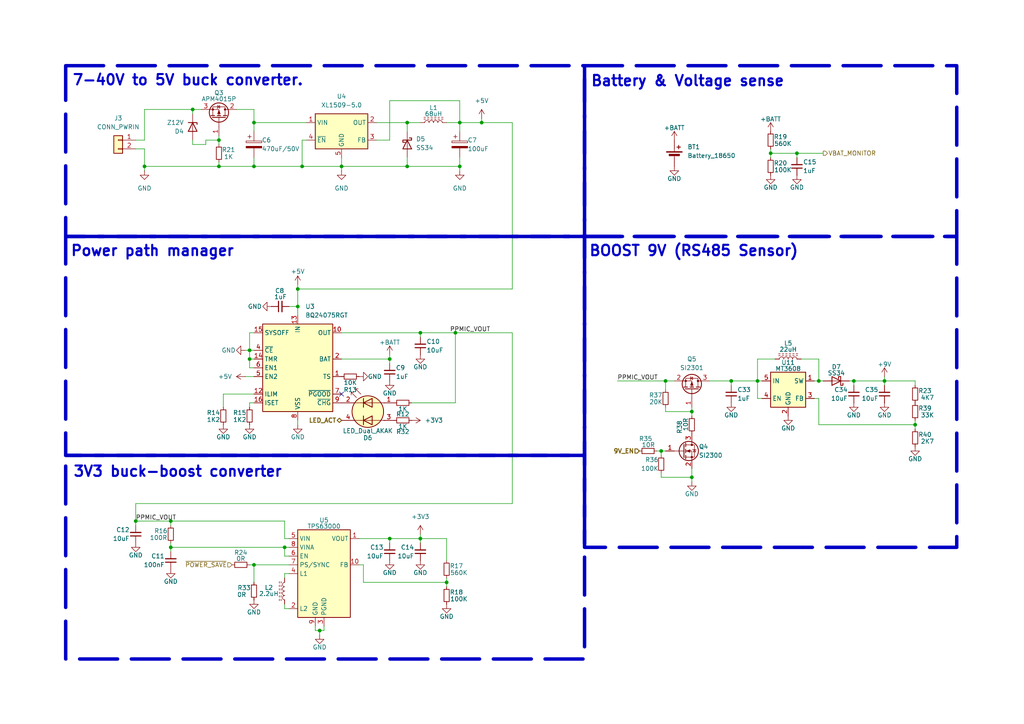
<source format=kicad_sch>
(kicad_sch (version 20231120) (generator "eeschema") (generator_version "8.0")
  (paper "A4")
  (lib_symbols
    (symbol "Battery_Management:BQ24075RGT"
      (property "Reference" "U" (at -8.89 13.97 0))
      (property "Value" "BQ24075RGT" (at 16.51 13.97 0))
      (symbol "BQ24075RGT_0_1"
        (rectangle (start -10.16 12.7) (end 10.16 -12.7) (stroke (width 0.254)) (fill (type background)))
      )
      (symbol "BQ24075RGT_1_1"
        (pin passive line (at 12.7 -2.54 180) (length 2.54) (name "TS") (number "1"))
        (pin power_out line (at 12.7 10.16 180) (length 2.54) (name "OUT") (number "10"))
        (pin passive line (at 12.7 10.16 180) (length 2.54) hide (name "OUT") (number "11"))
        (pin passive line (at -12.7 -7.62 0) (length 2.54) (name "ILIM") (number "12"))
        (pin power_in line (at 0 15.24 270) (length 2.54) (name "IN") (number "13"))
        (pin input line (at -12.7 2.54 0) (length 2.54) (name "TMR") (number "14"))
        (pin input line (at -12.7 10.16 0) (length 2.54) (name "SYSOFF") (number "15"))
        (pin passive line (at -12.7 -10.16 0) (length 2.54) (name "ISET") (number "16"))
        (pin passive line (at 0 -15.24 90) (length 2.54) hide (name "VSS") (number "17"))
        (pin power_out line (at 12.7 2.54 180) (length 2.54) (name "BAT") (number "2"))
        (pin passive line (at 12.7 2.54 180) (length 2.54) hide (name "BAT") (number "3"))
        (pin input line (at -12.7 5.08 0) (length 2.54) (name "~{CE}") (number "4"))
        (pin input line (at -12.7 -2.54 0) (length 2.54) (name "EN2") (number "5"))
        (pin input line (at -12.7 0 0) (length 2.54) (name "EN1") (number "6"))
        (pin open_collector line (at 12.7 -7.62 180) (length 2.54) (name "~{PGOOD}") (number "7"))
        (pin power_in line (at 0 -15.24 90) (length 2.54) (name "VSS") (number "8"))
        (pin open_collector line (at 12.7 -10.16 180) (length 2.54) (name "~{CHG}") (number "9"))
      )
    )
    (symbol "Connector_Generic:Conn_01x02" (pin_names (offset 1.016) hide)
      (property "Reference" "J" (at 0 2.54 0))
      (property "Value" "Conn_01x02" (at 0 -5.08 0))
      (symbol "Conn_01x02_1_1"
        (rectangle (start -1.27 -2.413) (end 0 -2.667) (stroke (width 0.1524)))
        (rectangle (start -1.27 0.127) (end 0 -0.127) (stroke (width 0.1524)))
        (rectangle (start -1.27 1.27) (end 1.27 -3.81) (stroke (width 0.254)) (fill (type background)))
        (pin passive line (at -5.08 0 0) (length 3.81) (name "Pin_1") (number "1"))
        (pin passive line (at -5.08 -2.54 0) (length 3.81) (name "Pin_2") (number "2"))
      )
    )
    (symbol "Device:Battery_Cell" (pin_numbers hide) (pin_names (offset 0) hide)
      (property "Reference" "BT" (at 2.54 2.54 0))
      (property "Value" "Battery_Cell" (at 2.54 0 0))
      (symbol "Battery_Cell_0_1"
        (rectangle (start -2.286 1.778) (end 2.286 1.524) (fill (type outline)))
        (rectangle (start -1.524 1.016) (end 1.524 0.508) (fill (type outline)))
        (polyline (pts (xy 0 0.762) (xy 0 0)))
        (polyline (pts (xy 0 1.778) (xy 0 2.54)))
        (polyline (pts (xy 0.762 3.048) (xy 1.778 3.048)) (stroke (width 0.254)))
        (polyline (pts (xy 1.27 3.556) (xy 1.27 2.54)) (stroke (width 0.254)))
      )
      (symbol "Battery_Cell_1_1"
        (pin passive line (at 0 5.08 270) (length 2.54) (name "+") (number "1"))
        (pin passive line (at 0 -2.54 90) (length 2.54) (name "-") (number "2"))
      )
    )
    (symbol "Device:C_Polarized" (pin_numbers hide) (pin_names (offset 0.254))
      (property "Reference" "C" (at 0.635 2.54 0))
      (property "Value" "C_Polarized" (at 0.635 -2.54 0))
      (symbol "C_Polarized_0_1"
        (rectangle (start -2.286 0.508) (end 2.286 1.016))
        (polyline (pts (xy -1.778 2.286) (xy -0.762 2.286)))
        (polyline (pts (xy -1.27 2.794) (xy -1.27 1.778)))
        (rectangle (start 2.286 -0.508) (end -2.286 -1.016) (fill (type outline)))
      )
      (symbol "C_Polarized_1_1"
        (pin passive line (at 0 3.81 270) (length 2.794) (name "~") (number "1"))
        (pin passive line (at 0 -3.81 90) (length 2.794) (name "~") (number "2"))
      )
    )
    (symbol "Device:C_Small" (pin_numbers hide) (pin_names (offset 0.254) hide)
      (property "Reference" "C" (at 0.254 1.778 0))
      (property "Value" "C_Small" (at 0.254 -2.032 0))
      (symbol "C_Small_0_1"
        (polyline (pts (xy -1.524 -0.508) (xy 1.524 -0.508)) (stroke (width 0.3302)))
        (polyline (pts (xy -1.524 0.508) (xy 1.524 0.508)) (stroke (width 0.3048)))
      )
      (symbol "C_Small_1_1"
        (pin passive line (at 0 2.54 270) (length 2.032) (name "~") (number "1"))
        (pin passive line (at 0 -2.54 90) (length 2.032) (name "~") (number "2"))
      )
    )
    (symbol "Device:LED_Dual_AKAK" (pin_names (offset 0) hide)
      (property "Reference" "D" (at 0 5.715 0))
      (property "Value" "LED_Dual_AKAK" (at 0 -6.35 0))
      (symbol "LED_Dual_AKAK_0_1"
        (polyline (pts (xy -5.08 -2.54) (xy 2.032 -2.54)))
        (polyline (pts (xy -5.08 2.54) (xy 2.032 2.54)))
        (polyline (pts (xy 1.27 -1.27) (xy 1.27 -3.81)) (stroke (width 0.254)))
        (polyline (pts (xy 1.27 3.81) (xy 1.27 1.27)) (stroke (width 0.254)))
        (polyline (pts (xy 3.81 -2.54) (xy 1.905 -2.54)))
        (polyline (pts (xy 3.81 2.54) (xy 1.905 2.54)))
        (polyline (pts (xy -1.27 -1.27) (xy -1.27 -3.81) (xy 1.27 -2.54) (xy -1.27 -1.27)) (stroke (width 0.254)))
        (polyline (pts (xy -1.27 3.81) (xy -1.27 1.27) (xy 1.27 2.54) (xy -1.27 3.81)) (stroke (width 0.254)))
        (polyline (pts (xy 2.032 5.08) (xy 3.556 6.604) (xy 2.794 6.604) (xy 3.556 6.604) (xy 3.556 5.842)))
        (polyline (pts (xy 3.302 4.064) (xy 4.826 5.588) (xy 4.064 5.588) (xy 4.826 5.588) (xy 4.826 4.826)))
        (circle (center 0 0) (radius 4.572) (stroke (width 0.254)) (fill (type background)))
      )
      (symbol "LED_Dual_AKAK_1_1"
        (pin input line (at -7.62 2.54 0) (length 3.048) (name "A1") (number "1"))
        (pin input line (at 7.62 2.54 180) (length 3.81) (name "K1") (number "2"))
        (pin input line (at -7.62 -2.54 0) (length 3.048) (name "A2") (number "3"))
        (pin input line (at 7.62 -2.54 180) (length 3.81) (name "K2") (number "4"))
      )
    )
    (symbol "Device:L_Ferrite" (pin_numbers hide) (pin_names (offset 1.016) hide)
      (property "Reference" "L" (at -1.27 0 90))
      (property "Value" "L_Ferrite" (at 2.794 0 90))
      (symbol "L_Ferrite_0_1"
        (arc (start 0 -2.54) (mid 0.6323 -1.905) (end 0 -1.27))
        (arc (start 0 -1.27) (mid 0.6323 -0.635) (end 0 0))
        (polyline (pts (xy 1.016 -2.794) (xy 1.016 -2.286)))
        (polyline (pts (xy 1.016 -1.778) (xy 1.016 -1.27)))
        (polyline (pts (xy 1.016 -0.762) (xy 1.016 -0.254)))
        (polyline (pts (xy 1.016 0.254) (xy 1.016 0.762)))
        (polyline (pts (xy 1.016 1.27) (xy 1.016 1.778)))
        (polyline (pts (xy 1.016 2.286) (xy 1.016 2.794)))
        (polyline (pts (xy 1.524 -2.286) (xy 1.524 -2.794)))
        (polyline (pts (xy 1.524 -1.27) (xy 1.524 -1.778)))
        (polyline (pts (xy 1.524 -0.254) (xy 1.524 -0.762)))
        (polyline (pts (xy 1.524 0.762) (xy 1.524 0.254)))
        (polyline (pts (xy 1.524 1.778) (xy 1.524 1.27)))
        (polyline (pts (xy 1.524 2.794) (xy 1.524 2.286)))
        (arc (start 0 0) (mid 0.6323 0.635) (end 0 1.27))
        (arc (start 0 1.27) (mid 0.6323 1.905) (end 0 2.54))
      )
      (symbol "L_Ferrite_1_1"
        (pin passive line (at 0 3.81 270) (length 1.27) (name "1") (number "1"))
        (pin passive line (at 0 -3.81 90) (length 1.27) (name "2") (number "2"))
      )
    )
    (symbol "Device:R_Small" (pin_numbers hide) (pin_names (offset 0.254) hide)
      (property "Reference" "R" (at 0.762 0.508 0))
      (property "Value" "R_Small" (at 0.762 -1.016 0))
      (symbol "R_Small_0_1"
        (rectangle (start -0.762 1.778) (end 0.762 -1.778) (stroke (width 0.2032)))
      )
      (symbol "R_Small_1_1"
        (pin passive line (at 0 2.54 270) (length 0.762) (name "~") (number "1"))
        (pin passive line (at 0 -2.54 90) (length 0.762) (name "~") (number "2"))
      )
    )
    (symbol "Diode:BZV55B12" (pin_numbers hide) (pin_names hide)
      (property "Reference" "D" (at 0 2.54 0))
      (property "Value" "BZV55B12" (at 0 -2.54 0))
      (symbol "BZV55B12_0_1"
        (polyline (pts (xy 1.27 0) (xy -1.27 0)))
        (polyline (pts (xy -1.27 -1.27) (xy -1.27 1.27) (xy -0.762 1.27)) (stroke (width 0.254)))
        (polyline (pts (xy 1.27 -1.27) (xy 1.27 1.27) (xy -1.27 0) (xy 1.27 -1.27)) (stroke (width 0.254)))
      )
      (symbol "BZV55B12_1_1"
        (pin passive line (at -3.81 0 0) (length 2.54) (name "K") (number "1"))
        (pin passive line (at 3.81 0 180) (length 2.54) (name "A") (number "2"))
      )
    )
    (symbol "Diode:SS34" (pin_numbers hide) (pin_names (offset 1.016) hide)
      (property "Reference" "D" (at 0 2.54 0))
      (property "Value" "SS34" (at 0 -2.54 0))
      (symbol "SS34_0_1"
        (polyline (pts (xy 1.27 0) (xy -1.27 0)))
        (polyline (pts (xy 1.27 1.27) (xy 1.27 -1.27) (xy -1.27 0) (xy 1.27 1.27)) (stroke (width 0.254)))
        (polyline (pts (xy -1.905 0.635) (xy -1.905 1.27) (xy -1.27 1.27) (xy -1.27 -1.27) (xy -0.635 -1.27) (xy -0.635 -0.635)) (stroke (width 0.254)))
      )
      (symbol "SS34_1_1"
        (pin passive line (at -3.81 0 0) (length 2.54) (name "K") (number "1"))
        (pin passive line (at 3.81 0 180) (length 2.54) (name "A") (number "2"))
      )
    )
    (symbol "Regulator_Switching:MT3608"
      (property "Reference" "U" (at -2.54 8.89 0))
      (property "Value" "MT3608" (at -3.81 6.35 0))
      (symbol "MT3608_0_1"
        (rectangle (start -5.08 5.08) (end 5.08 -5.08) (stroke (width 0.254)) (fill (type background)))
      )
      (symbol "MT3608_1_1"
        (pin passive line (at 7.62 2.54 180) (length 2.54) (name "SW") (number "1"))
        (pin power_in line (at 0 -7.62 90) (length 2.54) (name "GND") (number "2"))
        (pin input line (at 7.62 -2.54 180) (length 2.54) (name "FB") (number "3"))
        (pin input line (at -7.62 -2.54 0) (length 2.54) (name "EN") (number "4"))
        (pin power_in line (at -7.62 2.54 0) (length 2.54) (name "IN") (number "5"))
        (pin no_connect line (at 5.08 0 180) (length 2.54) hide (name "NC") (number "6"))
      )
    )
    (symbol "Regulator_Switching:TPS63000"
      (property "Reference" "U" (at -7.62 13.97 0))
      (property "Value" "TPS63000" (at 5.08 13.97 0))
      (symbol "TPS63000_0_1"
        (rectangle (start -7.62 12.7) (end 7.62 -12.7) (stroke (width 0.254)) (fill (type background)))
      )
      (symbol "TPS63000_1_1"
        (pin power_out line (at 10.16 10.16 180) (length 2.54) (name "VOUT") (number "1"))
        (pin input line (at 10.16 2.54 180) (length 2.54) (name "FB") (number "10"))
        (pin passive line (at 0 -15.24 90) (length 2.54) hide (name "PGND") (number "11"))
        (pin input line (at -10.16 -10.16 0) (length 2.54) (name "L2") (number "2"))
        (pin power_in line (at 0 -15.24 90) (length 2.54) (name "PGND") (number "3"))
        (pin input line (at -10.16 0 0) (length 2.54) (name "L1") (number "4"))
        (pin power_in line (at -10.16 10.16 0) (length 2.54) (name "VIN") (number "5"))
        (pin input line (at -10.16 5.08 0) (length 2.54) (name "EN") (number "6"))
        (pin input line (at -10.16 2.54 0) (length 2.54) (name "PS/SYNC") (number "7"))
        (pin power_in line (at -10.16 7.62 0) (length 2.54) (name "VINA") (number "8"))
        (pin power_in line (at -2.54 -15.24 90) (length 2.54) (name "GND") (number "9"))
      )
    )
    (symbol "Regulator_Switching:XL1509-5.0"
      (property "Reference" "U" (at -7.112 6.096 0))
      (property "Value" "XL1509-5.0" (at 5.842 6.096 0))
      (symbol "XL1509-5.0_0_1"
        (rectangle (start -7.62 5.08) (end 7.62 -5.08) (stroke (width 0.254)) (fill (type background)))
      )
      (symbol "XL1509-5.0_1_1"
        (pin power_in line (at -10.16 2.54 0) (length 2.54) (name "VIN") (number "1"))
        (pin power_out line (at 10.16 2.54 180) (length 2.54) (name "OUT") (number "2"))
        (pin input line (at 10.16 -2.54 180) (length 2.54) (name "FB") (number "3"))
        (pin input line (at -10.16 -2.54 0) (length 2.54) (name "~{EN}") (number "4"))
        (pin power_in line (at 0 -7.62 90) (length 2.54) (name "GND") (number "5"))
        (pin passive line (at 0 -7.62 90) (length 2.54) hide (name "GND") (number "6"))
        (pin passive line (at 0 -7.62 90) (length 2.54) hide (name "GND") (number "7"))
        (pin passive line (at 0 -7.62 90) (length 2.54) hide (name "GND") (number "8"))
      )
    )
    (symbol "Transistor_FET:2N7002" (pin_names hide)
      (property "Reference" "Q" (at 5.08 1.905 0))
      (property "Value" "2N7002" (at 5.08 0 0))
      (symbol "2N7002_0_1"
        (polyline (pts (xy 0.254 0) (xy -2.54 0)))
        (polyline (pts (xy 0.254 1.905) (xy 0.254 -1.905)) (stroke (width 0.254)))
        (polyline (pts (xy 0.762 -1.27) (xy 0.762 -2.286)) (stroke (width 0.254)))
        (polyline (pts (xy 0.762 0.508) (xy 0.762 -0.508)) (stroke (width 0.254)))
        (polyline (pts (xy 0.762 2.286) (xy 0.762 1.27)) (stroke (width 0.254)))
        (polyline (pts (xy 2.54 2.54) (xy 2.54 1.778)))
        (polyline (pts (xy 2.54 -2.54) (xy 2.54 0) (xy 0.762 0)))
        (polyline (pts (xy 0.762 -1.778) (xy 3.302 -1.778) (xy 3.302 1.778) (xy 0.762 1.778)))
        (polyline (pts (xy 1.016 0) (xy 2.032 0.381) (xy 2.032 -0.381) (xy 1.016 0)) (fill (type outline)))
        (polyline (pts (xy 2.794 0.508) (xy 2.921 0.381) (xy 3.683 0.381) (xy 3.81 0.254)))
        (polyline (pts (xy 3.302 0.381) (xy 2.921 -0.254) (xy 3.683 -0.254) (xy 3.302 0.381)))
        (circle (center 1.651 0) (radius 2.794) (stroke (width 0.254)))
        (circle (center 2.54 -1.778) (radius 0.254) (fill (type outline)))
        (circle (center 2.54 1.778) (radius 0.254) (fill (type outline)))
      )
      (symbol "2N7002_1_1"
        (pin input line (at -5.08 0 0) (length 2.54) (name "G") (number "1"))
        (pin passive line (at 2.54 -5.08 90) (length 2.54) (name "S") (number "2"))
        (pin passive line (at 2.54 5.08 270) (length 2.54) (name "D") (number "3"))
      )
    )
    (symbol "Transistor_FET:AO3401A" (pin_names hide)
      (property "Reference" "Q" (at 5.08 1.905 0))
      (property "Value" "AO3401A" (at 5.08 0 0))
      (symbol "AO3401A_0_1"
        (polyline (pts (xy 0.254 0) (xy -2.54 0)))
        (polyline (pts (xy 0.254 1.905) (xy 0.254 -1.905)) (stroke (width 0.254)))
        (polyline (pts (xy 0.762 -1.27) (xy 0.762 -2.286)) (stroke (width 0.254)))
        (polyline (pts (xy 0.762 0.508) (xy 0.762 -0.508)) (stroke (width 0.254)))
        (polyline (pts (xy 0.762 2.286) (xy 0.762 1.27)) (stroke (width 0.254)))
        (polyline (pts (xy 2.54 2.54) (xy 2.54 1.778)))
        (polyline (pts (xy 2.54 -2.54) (xy 2.54 0) (xy 0.762 0)))
        (polyline (pts (xy 0.762 1.778) (xy 3.302 1.778) (xy 3.302 -1.778) (xy 0.762 -1.778)))
        (polyline (pts (xy 2.286 0) (xy 1.27 0.381) (xy 1.27 -0.381) (xy 2.286 0)) (fill (type outline)))
        (polyline (pts (xy 2.794 -0.508) (xy 2.921 -0.381) (xy 3.683 -0.381) (xy 3.81 -0.254)))
        (polyline (pts (xy 3.302 -0.381) (xy 2.921 0.254) (xy 3.683 0.254) (xy 3.302 -0.381)))
        (circle (center 1.651 0) (radius 2.794) (stroke (width 0.254)))
        (circle (center 2.54 -1.778) (radius 0.254) (fill (type outline)))
        (circle (center 2.54 1.778) (radius 0.254) (fill (type outline)))
      )
      (symbol "AO3401A_1_1"
        (pin input line (at -5.08 0 0) (length 2.54) (name "G") (number "1"))
        (pin passive line (at 2.54 -5.08 90) (length 2.54) (name "S") (number "2"))
        (pin passive line (at 2.54 5.08 270) (length 2.54) (name "D") (number "3"))
      )
    )
    (symbol "Transistor_FET:SUD50P04-08" (pin_names hide)
      (property "Reference" "Q" (at 4.953 1.905 0))
      (property "Value" "SUD50P04-08" (at 4.953 0 0))
      (symbol "SUD50P04-08_0_1"
        (polyline (pts (xy 0.254 0) (xy -2.54 0)))
        (polyline (pts (xy 0.254 1.905) (xy 0.254 -1.905)) (stroke (width 0.254)))
        (polyline (pts (xy 0.762 -1.27) (xy 0.762 -2.286)) (stroke (width 0.254)))
        (polyline (pts (xy 0.762 0.508) (xy 0.762 -0.508)) (stroke (width 0.254)))
        (polyline (pts (xy 0.762 2.286) (xy 0.762 1.27)) (stroke (width 0.254)))
        (polyline (pts (xy 2.54 2.54) (xy 2.54 1.778)))
        (polyline (pts (xy 2.54 -2.54) (xy 2.54 0) (xy 0.762 0)))
        (polyline (pts (xy 0.762 1.778) (xy 3.302 1.778) (xy 3.302 -1.778) (xy 0.762 -1.778)))
        (polyline (pts (xy 2.286 0) (xy 1.27 0.381) (xy 1.27 -0.381) (xy 2.286 0)) (fill (type outline)))
        (polyline (pts (xy 2.794 -0.508) (xy 2.921 -0.381) (xy 3.683 -0.381) (xy 3.81 -0.254)))
        (polyline (pts (xy 3.302 -0.381) (xy 2.921 0.254) (xy 3.683 0.254) (xy 3.302 -0.381)))
        (circle (center 1.651 0) (radius 2.794) (stroke (width 0.254)))
        (circle (center 2.54 -1.778) (radius 0.254) (fill (type outline)))
        (circle (center 2.54 1.778) (radius 0.254) (fill (type outline)))
      )
      (symbol "SUD50P04-08_1_1"
        (pin input line (at -5.08 0 0) (length 2.54) (name "G") (number "1"))
        (pin passive line (at 2.54 5.08 270) (length 2.54) (name "D") (number "2"))
        (pin passive line (at 2.54 -5.08 90) (length 2.54) (name "S") (number "3"))
      )
    )
    (symbol "power:+3V3" (power) (pin_numbers hide) (pin_names (offset 0) hide)
      (property "Value" "+3V3" (at 0 3.556 0))
      (symbol "+3V3_0_1"
        (polyline (pts (xy -0.762 1.27) (xy 0 2.54)))
        (polyline (pts (xy 0 0) (xy 0 2.54)))
        (polyline (pts (xy 0 2.54) (xy 0.762 1.27)))
      )
      (symbol "+3V3_1_1"
        (pin power_in line (at 0 0 90) (length 0) (name "~") (number "1"))
      )
    )
    (symbol "power:+5V" (power) (pin_numbers hide) (pin_names (offset 0) hide)
      (property "Value" "+5V" (at 0 3.556 0))
      (symbol "+5V_0_1"
        (polyline (pts (xy -0.762 1.27) (xy 0 2.54)))
        (polyline (pts (xy 0 0) (xy 0 2.54)))
        (polyline (pts (xy 0 2.54) (xy 0.762 1.27)))
      )
      (symbol "+5V_1_1"
        (pin power_in line (at 0 0 90) (length 0) (name "~") (number "1"))
      )
    )
    (symbol "power:+9V" (power) (pin_numbers hide) (pin_names (offset 0) hide)
      (property "Value" "+9V" (at 0 3.556 0))
      (symbol "+9V_0_1"
        (polyline (pts (xy -0.762 1.27) (xy 0 2.54)))
        (polyline (pts (xy 0 0) (xy 0 2.54)))
        (polyline (pts (xy 0 2.54) (xy 0.762 1.27)))
      )
      (symbol "+9V_1_1"
        (pin power_in line (at 0 0 90) (length 0) (name "~") (number "1"))
      )
    )
    (symbol "power:+BATT" (power) (pin_numbers hide) (pin_names (offset 0) hide)
      (property "Value" "+BATT" (at 0 3.556 0))
      (symbol "+BATT_0_1"
        (polyline (pts (xy -0.762 1.27) (xy 0 2.54)))
        (polyline (pts (xy 0 0) (xy 0 2.54)))
        (polyline (pts (xy 0 2.54) (xy 0.762 1.27)))
      )
      (symbol "+BATT_1_1"
        (pin power_in line (at 0 0 90) (length 0) (name "~") (number "1"))
      )
    )
    (symbol "power:GND" (power) (pin_numbers hide) (pin_names (offset 0) hide)
      (property "Value" "GND" (at 0 -3.81 0))
      (symbol "GND_0_1"
        (polyline (pts (xy 0 0) (xy 0 -1.27) (xy 1.27 -1.27) (xy 0 -2.54) (xy -1.27 -1.27) (xy 0 -1.27)))
      )
      (symbol "GND_1_1"
        (pin power_in line (at 0 0 270) (length 0) (name "~") (number "1"))
      )
    )
  )
  (junction (at 49.53 158.75))
  (junction (at 86.36 83.82))
  (junction (at 49.53 151.13))
  (junction (at 219.71 110.49))
  (junction (at 256.54 110.49))
  (junction (at 200.66 119.38))
  (junction (at 72.39 101.6))
  (junction (at 92.71 182.88))
  (junction (at 118.11 48.26))
  (junction (at 237.49 110.49))
  (junction (at 39.37 151.13))
  (junction (at 55.88 31.75))
  (junction (at 113.03 104.14))
  (junction (at 223.52 44.45))
  (junction (at 265.43 123.19))
  (junction (at 200.66 138.43))
  (junction (at 132.08 96.52))
  (junction (at 73.66 163.83))
  (junction (at 191.77 130.81))
  (junction (at 212.09 110.49))
  (junction (at 63.5 40.64))
  (junction (at 121.92 156.21))
  (junction (at 129.54 168.91))
  (junction (at 118.11 35.56))
  (junction (at 113.03 156.21))
  (junction (at 133.35 35.56))
  (junction (at 193.04 110.49))
  (junction (at 247.65 110.49))
  (junction (at 231.14 44.45))
  (junction (at 121.92 96.52))
  (junction (at 133.35 48.26))
  (junction (at 99.06 48.26))
  (junction (at 139.7 35.56))
  (junction (at 87.63 48.26))
  (junction (at 73.66 35.56))
  (junction (at 41.91 48.26))
  (junction (at 82.55 158.75))
  (junction (at 63.5 48.26))
  (junction (at 72.39 104.14))
  (junction (at 86.36 88.9))
  (junction (at 73.66 48.26))
  (no_connect (at 99.06 114.3))
  (wire (pts (xy 219.71 110.49) (xy 219.71 115.57)))
  (wire (pts (xy 223.52 44.45) (xy 223.52 45.72)))
  (wire (pts (xy 41.91 48.26) (xy 63.5 48.26)))
  (wire (pts (xy 49.53 157.48) (xy 49.53 158.75)))
  (wire (pts (xy 91.44 182.88) (xy 92.71 182.88)))
  (wire (pts (xy 231.14 44.45) (xy 238.76 44.45)))
  (wire (pts (xy 205.74 110.49) (xy 212.09 110.49)))
  (wire (pts (xy 49.53 151.13) (xy 82.55 151.13)))
  (wire (pts (xy 92.71 182.88) (xy 92.71 184.15)))
  (wire (pts (xy 237.49 115.57) (xy 237.49 123.19)))
  (wire (pts (xy 265.43 123.19) (xy 265.43 124.46)))
  (wire (pts (xy 82.55 161.29) (xy 82.55 158.75)))
  (wire (pts (xy 72.39 163.83) (xy 73.66 163.83)))
  (wire (pts (xy 49.53 158.75) (xy 82.55 158.75)))
  (wire (pts (xy 212.09 110.49) (xy 212.09 111.76)))
  (wire (pts (xy 139.7 34.29) (xy 139.7 35.56)))
  (wire (pts (xy 113.03 40.64) (xy 109.22 40.64)))
  (wire (pts (xy 99.06 96.52) (xy 121.92 96.52)))
  (wire (pts (xy 86.36 88.9) (xy 83.82 88.9)))
  (wire (pts (xy 212.09 110.49) (xy 219.71 110.49)))
  (wire (pts (xy 238.76 110.49) (xy 237.49 110.49)))
  (wire (pts (xy 86.36 82.55) (xy 86.36 83.82)))
  (wire (pts (xy 105.41 168.91) (xy 105.41 163.83)))
  (wire (pts (xy 129.54 156.21) (xy 121.92 156.21)))
  (wire (pts (xy 190.5 130.81) (xy 191.77 130.81)))
  (wire (pts (xy 71.12 109.22) (xy 73.66 109.22)))
  (wire (pts (xy 49.53 152.4) (xy 49.53 151.13)))
  (wire (pts (xy 191.77 132.08) (xy 191.77 130.81)))
  (wire (pts (xy 99.06 45.72) (xy 99.06 48.26)))
  (wire (pts (xy 237.49 123.19) (xy 265.43 123.19)))
  (wire (pts (xy 200.66 120.65) (xy 200.66 119.38)))
  (wire (pts (xy 200.66 135.89) (xy 200.66 138.43)))
  (wire (pts (xy 219.71 110.49) (xy 220.98 110.49)))
  (wire (pts (xy 87.63 40.64) (xy 87.63 48.26)))
  (wire (pts (xy 73.66 163.83) (xy 83.82 163.83)))
  (wire (pts (xy 99.06 48.26) (xy 99.06 49.53)))
  (wire (pts (xy 113.03 104.14) (xy 113.03 105.41)))
  (wire (pts (xy 139.7 35.56) (xy 133.35 35.56)))
  (wire (pts (xy 236.22 115.57) (xy 237.49 115.57)))
  (wire (pts (xy 132.08 96.52) (xy 148.59 96.52)))
  (wire (pts (xy 133.35 38.1) (xy 133.35 35.56)))
  (wire (pts (xy 129.54 168.91) (xy 129.54 170.18)))
  (wire (pts (xy 129.54 167.64) (xy 129.54 168.91)))
  (wire (pts (xy 39.37 146.05) (xy 39.37 151.13)))
  (wire (pts (xy 55.88 41.91) (xy 59.69 41.91)))
  (wire (pts (xy 121.92 157.48) (xy 121.92 156.21)))
  (wire (pts (xy 132.08 96.52) (xy 132.08 116.84)))
  (wire (pts (xy 72.39 104.14) (xy 73.66 104.14)))
  (wire (pts (xy 72.39 101.6) (xy 72.39 104.14)))
  (wire (pts (xy 191.77 130.81) (xy 193.04 130.81)))
  (wire (pts (xy 129.54 35.56) (xy 133.35 35.56)))
  (wire (pts (xy 113.03 29.21) (xy 113.03 40.64)))
  (wire (pts (xy 59.69 40.64) (xy 63.5 40.64)))
  (wire (pts (xy 88.9 40.64) (xy 87.63 40.64)))
  (wire (pts (xy 39.37 151.13) (xy 49.53 151.13)))
  (wire (pts (xy 193.04 110.49) (xy 195.58 110.49)))
  (wire (pts (xy 200.66 138.43) (xy 200.66 139.7)))
  (wire (pts (xy 55.88 33.02) (xy 55.88 31.75)))
  (wire (pts (xy 39.37 151.13) (xy 39.37 152.4)))
  (wire (pts (xy 73.66 106.68) (xy 72.39 106.68)))
  (wire (pts (xy 148.59 35.56) (xy 148.59 83.82)))
  (wire (pts (xy 132.08 116.84) (xy 119.38 116.84)))
  (wire (pts (xy 41.91 40.64) (xy 41.91 31.75)))
  (wire (pts (xy 191.77 137.16) (xy 191.77 138.43)))
  (wire (pts (xy 71.12 101.6) (xy 72.39 101.6)))
  (wire (pts (xy 179.07 110.49) (xy 193.04 110.49)))
  (wire (pts (xy 64.77 114.3) (xy 64.77 118.11)))
  (wire (pts (xy 39.37 43.18) (xy 41.91 43.18)))
  (wire (pts (xy 73.66 31.75) (xy 73.66 35.56)))
  (wire (pts (xy 265.43 110.49) (xy 265.43 111.76)))
  (wire (pts (xy 59.69 41.91) (xy 59.69 40.64)))
  (wire (pts (xy 232.41 104.14) (xy 237.49 104.14)))
  (wire (pts (xy 73.66 35.56) (xy 88.9 35.56)))
  (wire (pts (xy 104.14 156.21) (xy 113.03 156.21)))
  (wire (pts (xy 237.49 110.49) (xy 236.22 110.49)))
  (wire (pts (xy 193.04 119.38) (xy 200.66 119.38)))
  (wire (pts (xy 82.55 175.26) (xy 82.55 176.53)))
  (wire (pts (xy 113.03 156.21) (xy 121.92 156.21)))
  (wire (pts (xy 82.55 156.21) (xy 82.55 151.13)))
  (wire (pts (xy 82.55 166.37) (xy 83.82 166.37)))
  (wire (pts (xy 246.38 110.49) (xy 247.65 110.49)))
  (wire (pts (xy 121.92 96.52) (xy 132.08 96.52)))
  (wire (pts (xy 133.35 45.72) (xy 133.35 48.26)))
  (wire (pts (xy 41.91 48.26) (xy 41.91 49.53)))
  (wire (pts (xy 91.44 181.61) (xy 91.44 182.88)))
  (wire (pts (xy 133.35 29.21) (xy 113.03 29.21)))
  (wire (pts (xy 121.92 154.94) (xy 121.92 156.21)))
  (wire (pts (xy 113.03 102.87) (xy 113.03 104.14)))
  (wire (pts (xy 63.5 46.99) (xy 63.5 48.26)))
  (wire (pts (xy 133.35 35.56) (xy 133.35 29.21)))
  (wire (pts (xy 133.35 48.26) (xy 133.35 49.53)))
  (wire (pts (xy 118.11 35.56) (xy 121.92 35.56)))
  (wire (pts (xy 68.58 31.75) (xy 73.66 31.75)))
  (wire (pts (xy 49.53 158.75) (xy 49.53 160.02)))
  (wire (pts (xy 148.59 146.05) (xy 39.37 146.05)))
  (wire (pts (xy 105.41 163.83) (xy 104.14 163.83)))
  (wire (pts (xy 87.63 48.26) (xy 99.06 48.26)))
  (wire (pts (xy 55.88 41.91) (xy 55.88 40.64)))
  (wire (pts (xy 72.39 106.68) (xy 72.39 104.14)))
  (wire (pts (xy 231.14 45.72) (xy 231.14 44.45)))
  (wire (pts (xy 219.71 115.57) (xy 220.98 115.57)))
  (wire (pts (xy 224.79 104.14) (xy 219.71 104.14)))
  (wire (pts (xy 86.36 91.44) (xy 86.36 88.9)))
  (wire (pts (xy 139.7 35.56) (xy 148.59 35.56)))
  (wire (pts (xy 193.04 118.11) (xy 193.04 119.38)))
  (wire (pts (xy 148.59 83.82) (xy 86.36 83.82)))
  (wire (pts (xy 256.54 109.22) (xy 256.54 110.49)))
  (wire (pts (xy 73.66 96.52) (xy 72.39 96.52)))
  (wire (pts (xy 237.49 104.14) (xy 237.49 110.49)))
  (wire (pts (xy 231.14 44.45) (xy 223.52 44.45)))
  (wire (pts (xy 265.43 121.92) (xy 265.43 123.19)))
  (wire (pts (xy 73.66 114.3) (xy 64.77 114.3)))
  (wire (pts (xy 93.98 182.88) (xy 93.98 181.61)))
  (wire (pts (xy 118.11 35.56) (xy 118.11 38.1)))
  (wire (pts (xy 63.5 48.26) (xy 73.66 48.26)))
  (wire (pts (xy 219.71 104.14) (xy 219.71 110.49)))
  (wire (pts (xy 247.65 110.49) (xy 247.65 111.76)))
  (wire (pts (xy 200.66 119.38) (xy 200.66 118.11)))
  (wire (pts (xy 86.36 83.82) (xy 86.36 88.9)))
  (wire (pts (xy 82.55 176.53) (xy 83.82 176.53)))
  (wire (pts (xy 121.92 96.52) (xy 121.92 97.79)))
  (wire (pts (xy 72.39 118.11) (xy 72.39 116.84)))
  (wire (pts (xy 191.77 138.43) (xy 200.66 138.43)))
  (wire (pts (xy 193.04 110.49) (xy 193.04 113.03)))
  (wire (pts (xy 133.35 48.26) (xy 118.11 48.26)))
  (wire (pts (xy 72.39 116.84) (xy 73.66 116.84)))
  (wire (pts (xy 73.66 35.56) (xy 73.66 38.1)))
  (wire (pts (xy 256.54 111.76) (xy 256.54 110.49)))
  (wire (pts (xy 82.55 167.64) (xy 82.55 166.37)))
  (wire (pts (xy 83.82 156.21) (xy 82.55 156.21)))
  (wire (pts (xy 148.59 96.52) (xy 148.59 146.05)))
  (wire (pts (xy 39.37 40.64) (xy 41.91 40.64)))
  (wire (pts (xy 83.82 161.29) (xy 82.55 161.29)))
  (wire (pts (xy 73.66 101.6) (xy 72.39 101.6)))
  (wire (pts (xy 86.36 123.19) (xy 86.36 121.92)))
  (wire (pts (xy 41.91 31.75) (xy 55.88 31.75)))
  (wire (pts (xy 265.43 110.49) (xy 256.54 110.49)))
  (wire (pts (xy 82.55 158.75) (xy 83.82 158.75)))
  (wire (pts (xy 109.22 35.56) (xy 118.11 35.56)))
  (wire (pts (xy 256.54 110.49) (xy 247.65 110.49)))
  (wire (pts (xy 63.5 40.64) (xy 63.5 41.91)))
  (wire (pts (xy 129.54 168.91) (xy 105.41 168.91)))
  (wire (pts (xy 73.66 45.72) (xy 73.66 48.26)))
  (wire (pts (xy 118.11 48.26) (xy 99.06 48.26)))
  (wire (pts (xy 99.06 104.14) (xy 113.03 104.14)))
  (wire (pts (xy 129.54 162.56) (xy 129.54 156.21)))
  (wire (pts (xy 118.11 45.72) (xy 118.11 48.26)))
  (wire (pts (xy 63.5 39.37) (xy 63.5 40.64)))
  (wire (pts (xy 113.03 156.21) (xy 113.03 157.48)))
  (wire (pts (xy 55.88 31.75) (xy 58.42 31.75)))
  (wire (pts (xy 73.66 163.83) (xy 73.66 168.91)))
  (wire (pts (xy 72.39 96.52) (xy 72.39 101.6)))
  (wire (pts (xy 73.66 48.26) (xy 87.63 48.26)))
  (wire (pts (xy 223.52 43.18) (xy 223.52 44.45)))
  (wire (pts (xy 92.71 182.88) (xy 93.98 182.88)))
  (wire (pts (xy 41.91 43.18) (xy 41.91 48.26)))
  (rectangle (start 169.545 19.05) (end 277.495 68.58) (stroke (width 1) (type dash)))
  (rectangle (start 19.05 132.08) (end 169.545 191.135) (stroke (width 1) (type dash)))
  (rectangle (start 169.545 68.58) (end 277.495 158.75) (stroke (width 1) (type dash)))
  (rectangle (start 19.05 19.05) (end 169.545 68.58) (stroke (width 1) (type dash)))
  (rectangle (start 19.05 68.58) (end 169.545 132.08) (stroke (width 1) (type dash)))
  (text "3V3 buck-boost converter" (at 21.082 136.906 0) (effects (font (size 3 3) (thickness 0.6) (bold yes)) (justify left)))
  (text "Power path manager" (at 20.32 72.898 0) (effects (font (size 3 3) (thickness 0.6) (bold yes)) (justify left)))
  (text "7-40V to 5V buck converter." (at 20.828 23.368 0) (effects (font (size 3 3) (thickness 0.6) (bold yes)) (justify left)))
  (text "BOOST 9V (RS485 Sensor)" (at 170.688 72.898 0) (effects (font (size 3 3) (thickness 0.6) (bold yes)) (justify left)))
  (text "Battery & Voltage sense" (at 171.196 23.622 0) (effects (font (size 3 3) (bold yes)) (justify left)))
  (label "PPMIC_VOUT" (at 179.07 110.49 0))
  (label "PPMIC_VOUT" (at 39.37 151.13 0))
  (label "PPMIC_VOUT" (at 142.24 96.52 180))
  (hierarchical_label "VBAT_MONITOR" (shape output) (at 238.76 44.45 0))
  (hierarchical_label "LED_ACT" (shape bidirectional) (at 99.06 121.92 180) (effects (font (thickness 0.254) (bold yes))))
  (hierarchical_label "~{POWER_SAVE}" (shape input) (at 67.31 163.83 180))
  (hierarchical_label "9V_EN" (shape input) (at 185.42 130.81 180) (effects (font (bold yes))))
  (symbol (lib_id "power:+BATT") (at 113.03 102.87 0) (unit 1)
    (property "Reference" "#PWR029" (effects (hide yes)))
    (property "Value" "+BATT" (at 113.03 99.314 0))
    (property "Description" "Power symbol creates a global label with name \"+BATT\"" (effects (hide yes)))
  )
  (symbol (lib_id "power:GND") (at 49.53 165.1 0) (mirror y) (unit 1)
    (property "Reference" "#PWR034" (effects (hide yes)))
    (property "Value" "GND" (at 49.53 168.656 0))
    (property "Description" "Power symbol creates a global label with name \"GND\" , ground" (effects (hide yes)))
  )
  (symbol (lib_id "Device:R_Small") (at 116.84 121.92 90) (unit 1)
    (property "Reference" "R32" (at 116.84 125.222 90))
    (property "Value" "1K" (at 116.84 123.698 90))
    (property "Footprint" "Footprints:R_0603" (effects (hide yes)))
    (property "Description" "Resistor, small symbol" (effects (hide yes)))
  )
  (symbol (lib_id "power:+3V3") (at 121.92 154.94 0) (unit 1)
    (property "Reference" "#PWR039" (effects (hide yes)))
    (property "Value" "+3V3" (at 121.92 149.86 0))
    (property "Description" "Power symbol creates a global label with name \"+3V3\"" (effects (hide yes)))
  )
  (symbol (lib_id "power:GND") (at 200.66 139.7 0) (mirror y) (unit 1)
    (property "Reference" "#PWR074" (effects (hide yes)))
    (property "Value" "GND" (at 200.66 143.256 0))
    (property "Description" "Power symbol creates a global label with name \"GND\" , ground" (effects (hide yes)))
  )
  (symbol (lib_id "Device:R_Small") (at 69.85 163.83 270) (unit 1)
    (property "Reference" "R24" (at 69.85 160.274 90))
    (property "Value" "0R" (at 69.85 162.052 90))
    (property "Footprint" "Footprints:R_0603" (effects (hide yes)))
    (property "Description" "Resistor, small symbol" (effects (hide yes)))
  )
  (symbol (lib_id "Regulator_Switching:XL1509-5.0") (at 99.06 38.1 0) (unit 1)
    (property "Reference" "U4" (at 99.06 27.94 0))
    (property "Value" "XL1509-5.0" (at 99.06 30.48 0))
    (property "Footprint" "Footprints:SOIC-8" (effects (hide yes)))
    (property "Datasheet" "https://datasheet.lcsc.com/lcsc/1809050422_XLSEMI-XL1509-5-0E1_C61063.pdf" (effects (hide yes)))
    (property "Description" "Buck DC/DC Converter, 2A, 5V Output Voltage, 7-40V Input Voltage" (effects (hide yes)))
  )
  (symbol (lib_id "Device:C_Polarized") (at 133.35 41.91 0) (unit 1)
    (property "Reference" "C7" (at 135.636 40.64 0) (effects (justify left)))
    (property "Value" "100uF" (at 135.636 43.18 0) (effects (justify left)))
    (property "Footprint" "Capacitor_SMD:C_Elec_6.3x7.7" (effects (hide yes)))
    (property "Description" "Polarized capacitor" (effects (hide yes)))
  )
  (symbol (lib_id "Device:R_Small") (at 191.77 134.62 0) (mirror y) (unit 1)
    (property "Reference" "R36" (at 191.008 133.35 0) (effects (justify left)))
    (property "Value" "100K" (at 191.008 135.89 0) (effects (justify left)))
    (property "Footprint" "Footprints:R_0603" (effects (hide yes)))
    (property "Description" "Resistor, small symbol" (effects (hide yes)))
  )
  (symbol (lib_id "power:GND") (at 133.35 49.53 0) (unit 1)
    (property "Reference" "#PWR021" (effects (hide yes)))
    (property "Value" "GND" (at 133.35 54.61 0))
    (property "Description" "Power symbol creates a global label with name \"GND\" , ground" (effects (hide yes)))
  )
  (symbol (lib_id "power:GND") (at 78.74 88.9 270) (unit 1)
    (property "Reference" "#PWR023" (effects (hide yes)))
    (property "Value" "GND" (at 73.914 88.9 90))
    (property "Description" "Power symbol creates a global label with name \"GND\" , ground" (effects (hide yes)))
  )
  (symbol (lib_id "Device:R_Small") (at 200.66 123.19 180) (unit 1)
    (property "Reference" "R38" (at 197.104 121.92 90) (effects (justify left)))
    (property "Value" "10R" (at 198.882 121.158 90) (effects (justify left)))
    (property "Footprint" "Footprints:R_0603" (effects (hide yes)))
    (property "Description" "Resistor, small symbol" (effects (hide yes)))
  )
  (symbol (lib_id "Transistor_FET:AO3401A") (at 200.66 113.03 270) (mirror x) (unit 1)
    (property "Reference" "Q5" (at 200.66 104.14 90))
    (property "Value" "SI2301" (at 200.66 106.68 90))
    (property "Footprint" "Footprints:SOT23-3" (effects (hide yes)))
    (property "Datasheet" "http://www.aosmd.com/pdfs/datasheet/AO3401A.pdf" (effects (hide yes)))
    (property "Description" "-4.0A Id, -30V Vds, P-Channel MOSFET, SOT-23" (effects (hide yes)))
  )
  (symbol (lib_id "Device:R_Small") (at 129.54 165.1 0) (mirror y) (unit 1)
    (property "Reference" "R17" (at 132.3975 164.1475 0))
    (property "Value" "560K" (at 133.096 166.116 0))
    (property "Footprint" "Footprints:R_0603" (effects (hide yes)))
    (property "Description" "Resistor, small symbol" (effects (hide yes)))
  )
  (symbol (lib_id "Device:Battery_Cell") (at 195.58 45.72 0) (unit 1)
    (property "Reference" "BT1" (at 199.39 42.6084 0) (effects (justify left)))
    (property "Value" "Battery_18650" (at 199.39 45.1484 0) (effects (justify left)))
    (property "Footprint" "Footprints:XH_2P_2.54mm_Vertical" (effects (hide yes)))
    (property "Description" "Single-cell battery" (effects (hide yes)))
  )
  (symbol (lib_id "power:GND") (at 129.54 175.26 0) (mirror y) (unit 1)
    (property "Reference" "#PWR040" (effects (hide yes)))
    (property "Value" "GND" (at 129.54 178.816 0))
    (property "Description" "Power symbol creates a global label with name \"GND\" , ground" (effects (hide yes)))
  )
  (symbol (lib_id "Device:C_Small") (at 113.03 107.95 180) (unit 1)
    (property "Reference" "C9" (at 114.808 106.68 0) (effects (justify right)))
    (property "Value" "1uF" (at 114.808 109.22 0) (effects (justify right)))
    (property "Footprint" "Footprints:C_0603" (effects (hide yes)))
    (property "Description" "Unpolarized capacitor, small symbol" (effects (hide yes)))
  )
  (symbol (lib_id "Battery_Management:BQ24075RGT") (at 86.36 106.68 0) (unit 1)
    (property "Reference" "U3" (at 88.5541 88.9 0) (effects (justify left)))
    (property "Value" "BQ24075RGT" (at 88.5541 91.44 0) (effects (justify left)))
    (property "Footprint" "Footprints:VQFN-16_3x3_PAD-VIAS" (effects (hide yes)))
    (property "Datasheet" "http://www.ti.com/lit/ds/symlink/bq24075.pdf" (effects (hide yes)))
    (property "Description" "USB-Friendly Li-Ion Battery Charger and Power-Path Management, VQFN-16" (effects (hide yes)))
  )
  (symbol (lib_id "power:+3V3") (at 119.38 121.92 270) (unit 1)
    (property "Reference" "#PWR045" (effects (hide yes)))
    (property "Value" "+3V3" (at 123.19 121.9199 90) (effects (justify left)))
    (property "Description" "Power symbol creates a global label with name \"+3V3\"" (effects (hide yes)))
  )
  (symbol (lib_id "Regulator_Switching:MT3608") (at 228.6 113.03 0) (unit 1)
    (property "Reference" "U11" (at 228.6 105.156 0))
    (property "Value" "MT3608" (at 228.6 106.934 0))
    (property "Footprint" "Footprints:SOT23-6" (effects (hide yes)))
    (property "Datasheet" "https://www.olimex.com/Products/Breadboarding/BB-PWR-3608/resources/MT3608.pdf" (effects (hide yes)))
    (property "Description" "High Efficiency 1.2MHz 2A Step Up Converter, 2-24V Vin, 28V Vout, 4A current limit, 1.2MHz, SOT23-6" (effects (hide yes)))
  )
  (symbol (lib_id "Device:R_Small") (at 72.39 120.65 0) (unit 1)
    (property "Reference" "R15" (at 69.5325 119.6975 0))
    (property "Value" "1K2" (at 69.5325 121.7295 0))
    (property "Footprint" "Footprints:R_0603" (effects (hide yes)))
    (property "Description" "Resistor, small symbol" (effects (hide yes)))
  )
  (symbol (lib_id "Device:C_Small") (at 247.65 114.3 0) (mirror x) (unit 1)
    (property "Reference" "C34" (at 245.872 113.03 0) (effects (justify right)))
    (property "Value" "10uF" (at 245.872 115.57 0) (effects (justify right)))
    (property "Footprint" "Footprints:C_0603" (effects (hide yes)))
    (property "Description" "Unpolarized capacitor, small symbol" (effects (hide yes)))
  )
  (symbol (lib_id "power:GND") (at 223.52 50.8 0) (mirror y) (unit 1)
    (property "Reference" "#PWR024" (effects (hide yes)))
    (property "Value" "GND" (at 223.52 54.356 0))
    (property "Description" "Power symbol creates a global label with name \"GND\" , ground" (effects (hide yes)))
  )
  (symbol (lib_id "Device:C_Small") (at 121.92 160.02 0) (mirror x) (unit 1)
    (property "Reference" "C14" (at 120.142 158.75 0) (effects (justify right)))
    (property "Value" "10uF" (at 120.142 161.29 0) (effects (justify right)))
    (property "Footprint" "Footprints:C_0603" (effects (hide yes)))
    (property "Description" "Unpolarized capacitor, small symbol" (effects (hide yes)))
  )
  (symbol (lib_id "power:GND") (at 113.03 110.49 0) (unit 1)
    (property "Reference" "#PWR028" (effects (hide yes)))
    (property "Value" "GND" (at 113.03 114.046 0))
    (property "Description" "Power symbol creates a global label with name \"GND\" , ground" (effects (hide yes)))
  )
  (symbol (lib_id "Device:L_Ferrite") (at 82.55 171.45 180) (unit 1)
    (property "Reference" "L2" (at 77.978 170.434 0))
    (property "Value" "2.2uH" (at 77.978 172.212 0))
    (property "Footprint" "Inductor_SMD:L_Bourns_SRN6045TA" (effects (hide yes)))
    (property "Description" "Inductor with ferrite core" (effects (hide yes)))
  )
  (symbol (lib_id "Transistor_FET:SUD50P04-08") (at 63.5 34.29 270) (mirror x) (unit 1)
    (property "Reference" "Q3" (at 63.5 26.924 90))
    (property "Value" "APM4015P" (at 63.5 28.702 90))
    (property "Footprint" "Package_TO_SOT_SMD:TO-252-2" (effects (hide yes)))
    (property "Datasheet" "https://www.vishay.com/docs/65594/sud50p04-08.pdf" (effects (hide yes)))
    (property "Description" "-50A Id, -40V Vds, TrenchFET P-Channel Power MOSFET, 8.1mOhm Ron, 159nC Qg, -55 to 150 °C, TO-252-2" (effects (hide yes)))
  )
  (symbol (lib_id "Device:R_Small") (at 265.43 127 0) (mirror y) (unit 1)
    (property "Reference" "R40" (at 268.2875 126.0475 0))
    (property "Value" "2K7" (at 268.986 128.016 0))
    (property "Footprint" "Footprints:R_0603" (effects (hide yes)))
    (property "Description" "Resistor, small symbol" (effects (hide yes)))
  )
  (symbol (lib_id "Device:C_Small") (at 49.53 162.56 0) (mirror x) (unit 1)
    (property "Reference" "C11" (at 47.752 161.29 0) (effects (justify right)))
    (property "Value" "100nF" (at 47.752 163.83 0) (effects (justify right)))
    (property "Footprint" "Footprints:C_0603" (effects (hide yes)))
    (property "Description" "Unpolarized capacitor, small symbol" (effects (hide yes)))
  )
  (symbol (lib_id "Connector_Generic:Conn_01x02") (at 34.29 40.64 0) (mirror y) (unit 1)
    (property "Reference" "J3" (at 34.29 34.29 0))
    (property "Value" "CONN_PWRIN" (at 34.29 36.83 0))
    (property "Footprint" "Connector_Phoenix_MC:PhoenixContact_MC_1,5_2-G-3.81_1x02_P3.81mm_Horizontal" (effects (hide yes)))
    (property "Description" "Generic connector, single row, 01x02, script generated (kicad-library-utils/schlib/autogen/connector/)" (effects (hide yes)))
  )
  (symbol (lib_id "Device:C_Polarized") (at 73.66 41.91 0) (unit 1)
    (property "Reference" "C6" (at 75.946 40.64 0) (effects (justify left)))
    (property "Value" "470uF/50V" (at 75.946 43.18 0) (effects (justify left)))
    (property "Footprint" "Capacitor_SMD:CP_Elec_8x10.5" (effects (hide yes)))
    (property "Description" "Polarized capacitor" (effects (hide yes)))
  )
  (symbol (lib_id "Device:C_Small") (at 81.28 88.9 90) (unit 1)
    (property "Reference" "C8" (at 79.756 84.328 90) (effects (justify right)))
    (property "Value" "1uF" (at 79.502 86.106 90) (effects (justify right)))
    (property "Footprint" "Footprints:C_0603" (effects (hide yes)))
    (property "Description" "Unpolarized capacitor, small symbol" (effects (hide yes)))
  )
  (symbol (lib_id "power:GND") (at 265.43 129.54 0) (mirror y) (unit 1)
    (property "Reference" "#PWR080" (effects (hide yes)))
    (property "Value" "GND" (at 265.43 133.096 0))
    (property "Description" "Power symbol creates a global label with name \"GND\" , ground" (effects (hide yes)))
  )
  (symbol (lib_id "Device:R_Small") (at 64.77 120.65 0) (unit 1)
    (property "Reference" "R14" (at 61.9125 119.6975 0))
    (property "Value" "1K2" (at 61.9125 121.7295 0))
    (property "Footprint" "Footprints:R_0603" (effects (hide yes)))
    (property "Description" "Resistor, small symbol" (effects (hide yes)))
  )
  (symbol (lib_id "power:GND") (at 86.36 123.19 0) (unit 1)
    (property "Reference" "#PWR025" (effects (hide yes)))
    (property "Value" "GND" (at 86.36 126.746 0))
    (property "Description" "Power symbol creates a global label with name \"GND\" , ground" (effects (hide yes)))
  )
  (symbol (lib_id "power:+5V") (at 86.36 82.55 0) (unit 1)
    (property "Reference" "#PWR013" (effects (hide yes)))
    (property "Value" "+5V" (at 86.36 78.74 0))
    (property "Description" "Power symbol creates a global label with name \"+5V\"" (effects (hide yes)))
  )
  (symbol (lib_id "power:GND") (at 104.14 109.22 90) (unit 1)
    (property "Reference" "#PWR027" (effects (hide yes)))
    (property "Value" "GND" (at 108.712 109.22 90))
    (property "Description" "Power symbol creates a global label with name \"GND\" , ground" (effects (hide yes)))
  )
  (symbol (lib_id "Device:R_Small") (at 265.43 114.3 0) (mirror y) (unit 1)
    (property "Reference" "R23" (at 268.2875 113.3475 0))
    (property "Value" "4K7" (at 268.986 115.316 0))
    (property "Footprint" "Footprints:R_0603" (effects (hide yes)))
    (property "Description" "Resistor, small symbol" (effects (hide yes)))
  )
  (symbol (lib_id "Device:L_Ferrite") (at 125.73 35.56 90) (unit 1)
    (property "Reference" "L1" (at 125.73 31.242 90))
    (property "Value" "68uH" (at 125.73 33.02 90))
    (property "Footprint" "Footprints:L_12x12mm_H8mm" (effects (hide yes)))
    (property "Description" "Inductor with ferrite core" (effects (hide yes)))
  )
  (symbol (lib_id "Device:R_Small") (at 49.53 154.94 0) (unit 1)
    (property "Reference" "R16" (at 46.6725 153.9875 0))
    (property "Value" "100R" (at 45.974 155.956 0))
    (property "Footprint" "Footprints:R_0603" (effects (hide yes)))
    (property "Description" "Resistor, small symbol" (effects (hide yes)))
  )
  (symbol (lib_id "power:+9V") (at 256.54 109.22 0) (unit 1)
    (property "Reference" "#PWR047" (effects (hide yes)))
    (property "Value" "+9V" (at 254.508 105.664 0) (effects (justify left)))
    (property "Description" "Power symbol creates a global label with name \"+9V\"" (effects (hide yes)))
  )
  (symbol (lib_id "power:GND") (at 41.91 49.53 0) (unit 1)
    (property "Reference" "#PWR020" (effects (hide yes)))
    (property "Value" "GND" (at 41.91 54.61 0))
    (property "Description" "Power symbol creates a global label with name \"GND\" , ground" (effects (hide yes)))
  )
  (symbol (lib_id "Device:C_Small") (at 212.09 114.3 180) (unit 1)
    (property "Reference" "C33" (at 213.868 113.03 0) (effects (justify right)))
    (property "Value" "1uF" (at 213.868 115.57 0) (effects (justify right)))
    (property "Footprint" "Footprints:C_0603" (effects (hide yes)))
    (property "Description" "Unpolarized capacitor, small symbol" (effects (hide yes)))
  )
  (symbol (lib_id "power:GND") (at 121.92 102.87 0) (unit 1)
    (property "Reference" "#PWR026" (effects (hide yes)))
    (property "Value" "GND" (at 121.92 106.426 0))
    (property "Description" "Power symbol creates a global label with name \"GND\" , ground" (effects (hide yes)))
  )
  (symbol (lib_id "Device:R_Small") (at 187.96 130.81 90) (unit 1)
    (property "Reference" "R35" (at 189.23 127.254 90) (effects (justify left)))
    (property "Value" "10R" (at 189.992 129.032 90) (effects (justify left)))
    (property "Footprint" "Footprints:R_0603" (effects (hide yes)))
    (property "Description" "Resistor, small symbol" (effects (hide yes)))
  )
  (symbol (lib_id "Diode:SS34") (at 118.11 41.91 270) (unit 1)
    (property "Reference" "D5" (at 120.65 40.3224 90) (effects (justify left)))
    (property "Value" "SS34" (at 120.65 42.8624 90) (effects (justify left)))
    (property "Footprint" "Footprints:D_SMA" (effects (hide yes)))
    (property "Datasheet" "https://www.vishay.com/docs/88751/ss32.pdf" (effects (hide yes)))
    (property "Description" "40V 3A Schottky Diode, SMA" (effects (hide yes)))
  )
  (symbol (lib_id "power:+BATT") (at 223.52 38.1 0) (unit 1)
    (property "Reference" "#PWR041" (effects (hide yes)))
    (property "Value" "+BATT" (at 223.52 34.544 0))
    (property "Description" "Power symbol creates a global label with name \"+BATT\"" (effects (hide yes)))
  )
  (symbol (lib_id "power:GND") (at 228.6 120.65 0) (mirror y) (unit 1)
    (property "Reference" "#PWR076" (effects (hide yes)))
    (property "Value" "GND" (at 228.6 124.206 0))
    (property "Description" "Power symbol creates a global label with name \"GND\" , ground" (effects (hide yes)))
  )
  (symbol (lib_id "power:GND") (at 231.14 50.8 0) (unit 1)
    (property "Reference" "#PWR042" (effects (hide yes)))
    (property "Value" "GND" (at 231.14 54.356 0))
    (property "Description" "Power symbol creates a global label with name \"GND\" , ground" (effects (hide yes)))
  )
  (symbol (lib_id "Transistor_FET:2N7002") (at 198.12 130.81 0) (unit 1)
    (property "Reference" "Q4" (at 202.692 129.54 0) (effects (justify left)))
    (property "Value" "SI2300" (at 202.692 132.08 0) (effects (justify left)))
    (property "Footprint" "Footprints:SOT23-3" (effects (hide yes)))
    (property "Datasheet" "https://www.onsemi.com/pub/Collateral/NDS7002A-D.PDF" (effects (hide yes)))
    (property "Description" "0.115A Id, 60V Vds, N-Channel MOSFET, SOT-23" (effects (hide yes)))
  )
  (symbol (lib_id "power:GND") (at 72.39 123.19 0) (unit 1)
    (property "Reference" "#PWR031" (effects (hide yes)))
    (property "Value" "GND" (at 72.39 126.746 0))
    (property "Description" "Power symbol creates a global label with name \"GND\" , ground" (effects (hide yes)))
  )
  (symbol (lib_id "power:GND") (at 247.65 116.84 0) (mirror y) (unit 1)
    (property "Reference" "#PWR077" (effects (hide yes)))
    (property "Value" "GND" (at 247.65 120.396 0))
    (property "Description" "Power symbol creates a global label with name \"GND\" , ground" (effects (hide yes)))
  )
  (symbol (lib_id "Device:C_Small") (at 121.92 100.33 180) (unit 1)
    (property "Reference" "C10" (at 123.698 99.06 0) (effects (justify right)))
    (property "Value" "10uF" (at 123.698 101.6 0) (effects (justify right)))
    (property "Footprint" "Footprints:C_0603" (effects (hide yes)))
    (property "Description" "Unpolarized capacitor, small symbol" (effects (hide yes)))
  )
  (symbol (lib_id "power:GND") (at 212.09 116.84 0) (unit 1)
    (property "Reference" "#PWR075" (effects (hide yes)))
    (property "Value" "GND" (at 212.09 120.396 0))
    (property "Description" "Power symbol creates a global label with name \"GND\" , ground" (effects (hide yes)))
  )
  (symbol (lib_id "power:GND") (at 256.54 116.84 0) (mirror y) (unit 1)
    (property "Reference" "#PWR079" (effects (hide yes)))
    (property "Value" "GND" (at 256.54 120.396 0))
    (property "Description" "Power symbol creates a global label with name \"GND\" , ground" (effects (hide yes)))
  )
  (symbol (lib_id "Device:C_Small") (at 256.54 114.3 0) (mirror x) (unit 1)
    (property "Reference" "C35" (at 254.762 113.03 0) (effects (justify right)))
    (property "Value" "10uF" (at 254.762 115.57 0) (effects (justify right)))
    (property "Footprint" "Footprints:C_0603" (effects (hide yes)))
    (property "Description" "Unpolarized capacitor, small symbol" (effects (hide yes)))
  )
  (symbol (lib_id "Device:R_Small") (at 193.04 115.57 0) (unit 1)
    (property "Reference" "R37" (at 190.1825 114.6175 0))
    (property "Value" "20K" (at 190.246 116.586 0))
    (property "Footprint" "Footprints:R_0603" (effects (hide yes)))
    (property "Description" "Resistor, small symbol" (effects (hide yes)))
  )
  (symbol (lib_id "Regulator_Switching:TPS63000") (at 93.98 166.37 0) (unit 1)
    (property "Reference" "U5" (at 93.98 150.876 0))
    (property "Value" "TPS63000" (at 93.98 152.654 0))
    (property "Footprint" "Footprints:DRC-0010J" (effects (hide yes)))
    (property "Datasheet" "http://www.ti.com/lit/ds/symlink/tps63000.pdf" (effects (hide yes)))
    (property "Description" "Buck-Boost Converter, 1.8-5.5V Input Voltage, 1.8A Switch Current, Adjustable 1.2-5.5V Output Voltage, VSON-10" (effects (hide yes)))
  )
  (symbol (lib_id "Device:C_Small") (at 231.14 48.26 180) (unit 1)
    (property "Reference" "C15" (at 232.918 46.99 0) (effects (justify right)))
    (property "Value" "1uF" (at 232.918 49.53 0) (effects (justify right)))
    (property "Footprint" "Footprints:C_0603" (effects (hide yes)))
    (property "Description" "Unpolarized capacitor, small symbol" (effects (hide yes)))
  )
  (symbol (lib_id "Device:R_Small") (at 73.66 171.45 0) (unit 1)
    (property "Reference" "R33" (at 70.8025 170.4975 0))
    (property "Value" "0R" (at 70.104 172.466 0))
    (property "Footprint" "Footprints:R_0603" (effects (hide yes)))
    (property "Description" "Resistor, small symbol" (effects (hide yes)))
  )
  (symbol (lib_id "power:GND") (at 99.06 49.53 0) (unit 1)
    (property "Reference" "#PWR019" (effects (hide yes)))
    (property "Value" "GND" (at 99.06 54.61 0))
    (property "Description" "Power symbol creates a global label with name \"GND\" , ground" (effects (hide yes)))
  )
  (symbol (lib_id "Device:R_Small") (at 63.5 44.45 180) (unit 1)
    (property "Reference" "R21" (at 66.294 43.434 0))
    (property "Value" "1K" (at 66.294 45.466 0))
    (property "Footprint" "Footprints:R_0603" (effects (hide yes)))
    (property "Description" "Resistor, small symbol" (effects (hide yes)))
  )
  (symbol (lib_id "Device:R_Small") (at 265.43 119.38 0) (mirror y) (unit 1)
    (property "Reference" "R39" (at 268.2875 118.4275 0))
    (property "Value" "33K" (at 268.986 120.396 0))
    (property "Footprint" "Footprints:R_0603" (effects (hide yes)))
    (property "Description" "Resistor, small symbol" (effects (hide yes)))
  )
  (symbol (lib_id "power:GND") (at 92.71 184.15 0) (mirror y) (unit 1)
    (property "Reference" "#PWR035" (effects (hide yes)))
    (property "Value" "GND" (at 92.71 187.706 0))
    (property "Description" "Power symbol creates a global label with name \"GND\" , ground" (effects (hide yes)))
  )
  (symbol (lib_id "Diode:BZV55B12") (at 55.88 36.83 270) (unit 1)
    (property "Reference" "D4" (at 53.34 38.1001 90) (effects (justify right)))
    (property "Value" "Z12V" (at 53.34 35.5601 90) (effects (justify right)))
    (property "Footprint" "Footprints:D_MiniMELF" (effects (hide yes)))
    (property "Datasheet" "https://assets.nexperia.com/documents/data-sheet/BZV55_SER.pdf" (effects (hide yes)))
    (property "Description" "12V, 500mW, 2%, Zener diode, MiniMELF" (effects (hide yes)))
  )
  (symbol (lib_id "Device:C_Small") (at 39.37 154.94 0) (mirror x) (unit 1)
    (property "Reference" "C12" (at 37.592 153.67 0) (effects (justify right)))
    (property "Value" "10uF" (at 37.592 156.21 0) (effects (justify right)))
    (property "Footprint" "Footprints:C_0603" (effects (hide yes)))
    (property "Description" "Unpolarized capacitor, small symbol" (effects (hide yes)))
  )
  (symbol (lib_id "Device:R_Small") (at 129.54 172.72 0) (mirror y) (unit 1)
    (property "Reference" "R18" (at 132.3975 171.7675 0))
    (property "Value" "100K" (at 133.096 173.736 0))
    (property "Footprint" "Footprints:R_0603" (effects (hide yes)))
    (property "Description" "Resistor, small symbol" (effects (hide yes)))
  )
  (symbol (lib_id "power:GND") (at 71.12 101.6 270) (unit 1)
    (property "Reference" "#PWR032" (effects (hide yes)))
    (property "Value" "GND" (at 66.294 101.6 90))
    (property "Description" "Power symbol creates a global label with name \"GND\" , ground" (effects (hide yes)))
  )
  (symbol (lib_id "Device:R_Small") (at 223.52 40.64 0) (mirror y) (unit 1)
    (property "Reference" "R19" (at 226.3775 39.6875 0))
    (property "Value" "560K" (at 227.076 41.656 0))
    (property "Footprint" "Footprints:R_0603" (effects (hide yes)))
    (property "Description" "Resistor, small symbol" (effects (hide yes)))
  )
  (symbol (lib_id "Device:R_Small") (at 223.52 48.26 0) (mirror y) (unit 1)
    (property "Reference" "R20" (at 226.3775 47.3075 0))
    (property "Value" "100K" (at 227.076 49.276 0))
    (property "Footprint" "Footprints:R_0603" (effects (hide yes)))
    (property "Description" "Resistor, small symbol" (effects (hide yes)))
  )
  (symbol (lib_id "power:GND") (at 121.92 162.56 0) (mirror y) (unit 1)
    (property "Reference" "#PWR038" (effects (hide yes)))
    (property "Value" "GND" (at 121.92 166.116 0))
    (property "Description" "Power symbol creates a global label with name \"GND\" , ground" (effects (hide yes)))
  )
  (symbol (lib_id "Device:C_Small") (at 113.03 160.02 0) (mirror x) (unit 1)
    (property "Reference" "C13" (at 111.252 158.75 0) (effects (justify right)))
    (property "Value" "10uF" (at 111.252 161.29 0) (effects (justify right)))
    (property "Footprint" "Footprints:C_0603" (effects (hide yes)))
    (property "Description" "Unpolarized capacitor, small symbol" (effects (hide yes)))
  )
  (symbol (lib_id "power:+BATT") (at 195.58 40.64 0) (unit 1)
    (property "Reference" "#PWR048" (effects (hide yes)))
    (property "Value" "+BATT" (at 195.58 37.084 0))
    (property "Description" "Power symbol creates a global label with name \"+BATT\"" (effects (hide yes)))
  )
  (symbol (lib_id "Device:LED_Dual_AKAK") (at 106.68 119.38 0) (mirror y) (unit 1)
    (property "Reference" "D6" (at 106.68 127 0))
    (property "Value" "LED_Dual_AKAK" (at 106.68 124.968 0))
    (property "Footprint" "Footprints:LED_HOUSING_LH32K051F" (effects (hide yes)))
    (property "Description" "Dual LED, cathodes on pins 2 and 4" (effects (hide yes)))
  )
  (symbol (lib_id "Device:R_Small") (at 116.84 116.84 90) (unit 1)
    (property "Reference" "R12" (at 116.84 120.142 90))
    (property "Value" "1K" (at 116.84 118.618 90))
    (property "Footprint" "Footprints:R_0603" (effects (hide yes)))
    (property "Description" "Resistor, small symbol" (effects (hide yes)))
  )
  (symbol (lib_id "power:+5V") (at 71.12 109.22 90) (unit 1)
    (property "Reference" "#PWR033" (effects (hide yes)))
    (property "Value" "+5V" (at 67.31 109.2199 90) (effects (justify left)))
    (property "Description" "Power symbol creates a global label with name \"+5V\"" (effects (hide yes)))
  )
  (symbol (lib_id "Device:R_Small") (at 101.6 109.22 90) (unit 1)
    (property "Reference" "R13" (at 101.6 113.03 90))
    (property "Value" "10K" (at 101.6 110.998 90))
    (property "Footprint" "Footprints:R_0603" (effects (hide yes)))
    (property "Description" "Resistor, small symbol" (effects (hide yes)))
  )
  (symbol (lib_id "power:GND") (at 113.03 162.56 0) (mirror y) (unit 1)
    (property "Reference" "#PWR037" (effects (hide yes)))
    (property "Value" "GND" (at 113.03 166.116 0))
    (property "Description" "Power symbol creates a global label with name \"GND\" , ground" (effects (hide yes)))
  )
  (symbol (lib_id "Device:L_Ferrite") (at 228.6 104.14 90) (unit 1)
    (property "Reference" "L5" (at 228.6 99.568 90))
    (property "Value" "22uH" (at 228.6 101.346 90))
    (property "Footprint" "Inductor_SMD:L_Bourns_SRN6045TA" (effects (hide yes)))
    (property "Description" "Inductor with ferrite core" (effects (hide yes)))
  )
  (symbol (lib_id "power:+5V") (at 139.7 34.29 0) (unit 1)
    (property "Reference" "#PWR022" (effects (hide yes)))
    (property "Value" "+5V" (at 139.7 29.21 0))
    (property "Description" "Power symbol creates a global label with name \"+5V\"" (effects (hide yes)))
  )
  (symbol (lib_id "Diode:SS34") (at 242.57 110.49 180) (unit 1)
    (property "Reference" "D7" (at 242.57 106.426 0))
    (property "Value" "SS34" (at 242.57 108.204 0))
    (property "Footprint" "Footprints:D_SMA" (effects (hide yes)))
    (property "Datasheet" "https://www.vishay.com/docs/88751/ss32.pdf" (effects (hide yes)))
    (property "Description" "40V 3A Schottky Diode, SMA" (effects (hide yes)))
  )
  (symbol (lib_id "power:GND") (at 73.66 173.99 0) (mirror y) (unit 1)
    (property "Reference" "#PWR050" (effects (hide yes)))
    (property "Value" "GND" (at 73.66 177.546 0))
    (property "Description" "Power symbol creates a global label with name \"GND\" , ground" (effects (hide yes)))
  )
  (symbol (lib_id "power:GND") (at 39.37 157.48 0) (mirror y) (unit 1)
    (property "Reference" "#PWR036" (effects (hide yes)))
    (property "Value" "GND" (at 39.37 161.036 0))
    (property "Description" "Power symbol creates a global label with name \"GND\" , ground" (effects (hide yes)))
  )
  (symbol (lib_id "power:GND") (at 64.77 123.19 0) (unit 1)
    (property "Reference" "#PWR030" (effects (hide yes)))
    (property "Value" "GND" (at 64.77 126.746 0))
    (property "Description" "Power symbol creates a global label with name \"GND\" , ground" (effects (hide yes)))
  )
  (symbol (lib_id "power:GND") (at 195.58 48.26 0) (mirror y) (unit 1)
    (property "Reference" "#PWR046" (effects (hide yes)))
    (property "Value" "GND" (at 195.58 51.816 0))
    (property "Description" "Power symbol creates a global label with name \"GND\" , ground" (effects (hide yes)))
  )
)
</source>
